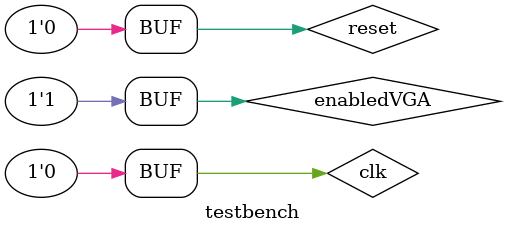
<source format=sv>
`timescale 1ns/1ps
module testbench();
	logic 		 clk;
	logic 		 reset;
	logic			 enabledVGA;

	
	logic Finished;
	logic	LReset;
	wire [7:0] red;
	wire [7:0] green;
	wire [7:0] blue;
	wire hsync;
	wire vsync;

				
	
	// Instantiate top
	ProcesadorTaller dut(clk, reset, enabledVGA, Finished, LReset, red,green,blue,hsync,vsync);
	
	// Initialize
	initial
	begin
		reset <= 1;
		enabledVGA <= 0;
		#50;
		reset <= 0;
		enabledVGA <= 1;
	end
	
	// Clock to sequence tests
	always
	begin
		clk <= 1;
		#10;
		clk <= 0;
		#10;
	end
	
	
endmodule
</source>
